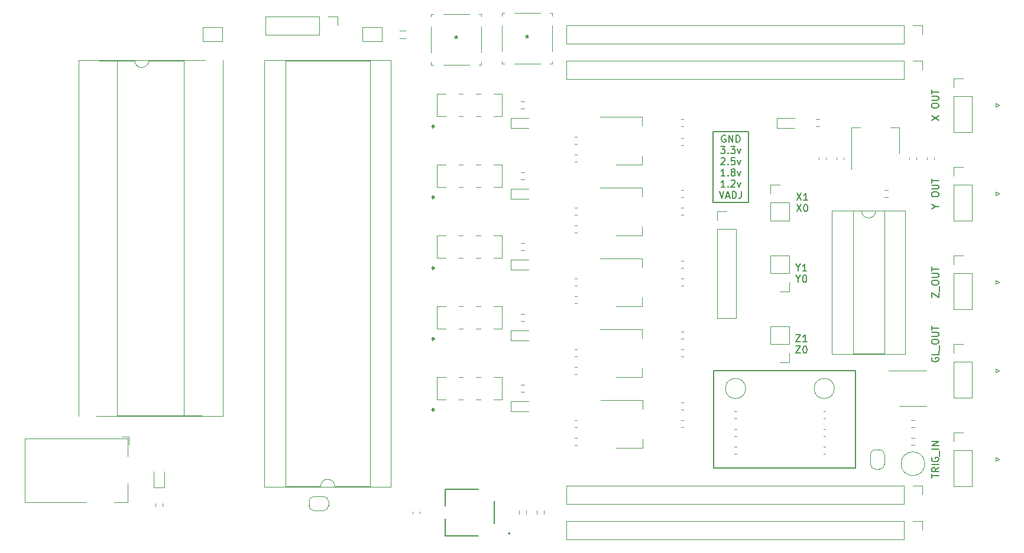
<source format=gbr>
%TF.GenerationSoftware,KiCad,Pcbnew,(6.0.5)*%
%TF.CreationDate,2022-08-06T22:36:06+10:00*%
%TF.ProjectId,glitcher,676c6974-6368-4657-922e-6b696361645f,rev?*%
%TF.SameCoordinates,Original*%
%TF.FileFunction,Legend,Top*%
%TF.FilePolarity,Positive*%
%FSLAX46Y46*%
G04 Gerber Fmt 4.6, Leading zero omitted, Abs format (unit mm)*
G04 Created by KiCad (PCBNEW (6.0.5)) date 2022-08-06 22:36:06*
%MOMM*%
%LPD*%
G01*
G04 APERTURE LIST*
%ADD10C,0.150000*%
%ADD11C,0.120000*%
%ADD12C,0.127000*%
%ADD13C,0.200000*%
G04 APERTURE END LIST*
D10*
X181660594Y-121201946D02*
X201980594Y-121201946D01*
X201980594Y-121201946D02*
X201980594Y-135171946D01*
X201980594Y-135171946D02*
X181660594Y-135171946D01*
X181660594Y-135171946D02*
X181660594Y-121201946D01*
X181559166Y-86911946D02*
X186639166Y-86911946D01*
X186639166Y-86911946D02*
X186639166Y-97071946D01*
X186639166Y-97071946D02*
X181559166Y-97071946D01*
X181559166Y-97071946D02*
X181559166Y-86911946D01*
X183337261Y-87466946D02*
X183242023Y-87419326D01*
X183099166Y-87419326D01*
X182956308Y-87466946D01*
X182861070Y-87562184D01*
X182813451Y-87657422D01*
X182765832Y-87847898D01*
X182765832Y-87990755D01*
X182813451Y-88181231D01*
X182861070Y-88276469D01*
X182956308Y-88371707D01*
X183099166Y-88419326D01*
X183194404Y-88419326D01*
X183337261Y-88371707D01*
X183384880Y-88324088D01*
X183384880Y-87990755D01*
X183194404Y-87990755D01*
X183813451Y-88419326D02*
X183813451Y-87419326D01*
X184384880Y-88419326D01*
X184384880Y-87419326D01*
X184861070Y-88419326D02*
X184861070Y-87419326D01*
X185099166Y-87419326D01*
X185242023Y-87466946D01*
X185337261Y-87562184D01*
X185384880Y-87657422D01*
X185432499Y-87847898D01*
X185432499Y-87990755D01*
X185384880Y-88181231D01*
X185337261Y-88276469D01*
X185242023Y-88371707D01*
X185099166Y-88419326D01*
X184861070Y-88419326D01*
X182670594Y-89029326D02*
X183289642Y-89029326D01*
X182956308Y-89410279D01*
X183099166Y-89410279D01*
X183194404Y-89457898D01*
X183242023Y-89505517D01*
X183289642Y-89600755D01*
X183289642Y-89838850D01*
X183242023Y-89934088D01*
X183194404Y-89981707D01*
X183099166Y-90029326D01*
X182813451Y-90029326D01*
X182718213Y-89981707D01*
X182670594Y-89934088D01*
X183718213Y-89934088D02*
X183765832Y-89981707D01*
X183718213Y-90029326D01*
X183670594Y-89981707D01*
X183718213Y-89934088D01*
X183718213Y-90029326D01*
X184099166Y-89029326D02*
X184718213Y-89029326D01*
X184384880Y-89410279D01*
X184527737Y-89410279D01*
X184622975Y-89457898D01*
X184670594Y-89505517D01*
X184718213Y-89600755D01*
X184718213Y-89838850D01*
X184670594Y-89934088D01*
X184622975Y-89981707D01*
X184527737Y-90029326D01*
X184242023Y-90029326D01*
X184146785Y-89981707D01*
X184099166Y-89934088D01*
X185051546Y-89362660D02*
X185289642Y-90029326D01*
X185527737Y-89362660D01*
X182718213Y-90734565D02*
X182765832Y-90686946D01*
X182861070Y-90639326D01*
X183099166Y-90639326D01*
X183194404Y-90686946D01*
X183242023Y-90734565D01*
X183289642Y-90829803D01*
X183289642Y-90925041D01*
X183242023Y-91067898D01*
X182670594Y-91639326D01*
X183289642Y-91639326D01*
X183718213Y-91544088D02*
X183765832Y-91591707D01*
X183718213Y-91639326D01*
X183670594Y-91591707D01*
X183718213Y-91544088D01*
X183718213Y-91639326D01*
X184670594Y-90639326D02*
X184194404Y-90639326D01*
X184146785Y-91115517D01*
X184194404Y-91067898D01*
X184289642Y-91020279D01*
X184527737Y-91020279D01*
X184622975Y-91067898D01*
X184670594Y-91115517D01*
X184718213Y-91210755D01*
X184718213Y-91448850D01*
X184670594Y-91544088D01*
X184622975Y-91591707D01*
X184527737Y-91639326D01*
X184289642Y-91639326D01*
X184194404Y-91591707D01*
X184146785Y-91544088D01*
X185051546Y-90972660D02*
X185289642Y-91639326D01*
X185527737Y-90972660D01*
X183289642Y-93249326D02*
X182718213Y-93249326D01*
X183003927Y-93249326D02*
X183003927Y-92249326D01*
X182908689Y-92392184D01*
X182813451Y-92487422D01*
X182718213Y-92535041D01*
X183718213Y-93154088D02*
X183765832Y-93201707D01*
X183718213Y-93249326D01*
X183670594Y-93201707D01*
X183718213Y-93154088D01*
X183718213Y-93249326D01*
X184337261Y-92677898D02*
X184242023Y-92630279D01*
X184194404Y-92582660D01*
X184146785Y-92487422D01*
X184146785Y-92439803D01*
X184194404Y-92344565D01*
X184242023Y-92296946D01*
X184337261Y-92249326D01*
X184527737Y-92249326D01*
X184622975Y-92296946D01*
X184670594Y-92344565D01*
X184718213Y-92439803D01*
X184718213Y-92487422D01*
X184670594Y-92582660D01*
X184622975Y-92630279D01*
X184527737Y-92677898D01*
X184337261Y-92677898D01*
X184242023Y-92725517D01*
X184194404Y-92773136D01*
X184146785Y-92868374D01*
X184146785Y-93058850D01*
X184194404Y-93154088D01*
X184242023Y-93201707D01*
X184337261Y-93249326D01*
X184527737Y-93249326D01*
X184622975Y-93201707D01*
X184670594Y-93154088D01*
X184718213Y-93058850D01*
X184718213Y-92868374D01*
X184670594Y-92773136D01*
X184622975Y-92725517D01*
X184527737Y-92677898D01*
X185051546Y-92582660D02*
X185289642Y-93249326D01*
X185527737Y-92582660D01*
X183289642Y-94859326D02*
X182718213Y-94859326D01*
X183003927Y-94859326D02*
X183003927Y-93859326D01*
X182908689Y-94002184D01*
X182813451Y-94097422D01*
X182718213Y-94145041D01*
X183718213Y-94764088D02*
X183765832Y-94811707D01*
X183718213Y-94859326D01*
X183670594Y-94811707D01*
X183718213Y-94764088D01*
X183718213Y-94859326D01*
X184146785Y-93954565D02*
X184194404Y-93906946D01*
X184289642Y-93859326D01*
X184527737Y-93859326D01*
X184622975Y-93906946D01*
X184670594Y-93954565D01*
X184718213Y-94049803D01*
X184718213Y-94145041D01*
X184670594Y-94287898D01*
X184099166Y-94859326D01*
X184718213Y-94859326D01*
X185051546Y-94192660D02*
X185289642Y-94859326D01*
X185527737Y-94192660D01*
X182456308Y-95469326D02*
X182789642Y-96469326D01*
X183122975Y-95469326D01*
X183408689Y-96183612D02*
X183884880Y-96183612D01*
X183313451Y-96469326D02*
X183646785Y-95469326D01*
X183980118Y-96469326D01*
X184313451Y-96469326D02*
X184313451Y-95469326D01*
X184551546Y-95469326D01*
X184694404Y-95516946D01*
X184789642Y-95612184D01*
X184837261Y-95707422D01*
X184884880Y-95897898D01*
X184884880Y-96040755D01*
X184837261Y-96231231D01*
X184789642Y-96326469D01*
X184694404Y-96421707D01*
X184551546Y-96469326D01*
X184313451Y-96469326D01*
X185599166Y-95469326D02*
X185599166Y-96183612D01*
X185551546Y-96326469D01*
X185456308Y-96421707D01*
X185313451Y-96469326D01*
X185218213Y-96469326D01*
X193551070Y-95719326D02*
X194217736Y-96719326D01*
X194217736Y-95719326D02*
X193551070Y-96719326D01*
X195122498Y-96719326D02*
X194551070Y-96719326D01*
X194836784Y-96719326D02*
X194836784Y-95719326D01*
X194741546Y-95862184D01*
X194646308Y-95957422D01*
X194551070Y-96005041D01*
X193551070Y-97329326D02*
X194217736Y-98329326D01*
X194217736Y-97329326D02*
X193551070Y-98329326D01*
X194789165Y-97329326D02*
X194884403Y-97329326D01*
X194979641Y-97376946D01*
X195027260Y-97424565D01*
X195074879Y-97519803D01*
X195122498Y-97710279D01*
X195122498Y-97948374D01*
X195074879Y-98138850D01*
X195027260Y-98234088D01*
X194979641Y-98281707D01*
X194884403Y-98329326D01*
X194789165Y-98329326D01*
X194693927Y-98281707D01*
X194646308Y-98234088D01*
X194598689Y-98138850D01*
X194551070Y-97948374D01*
X194551070Y-97710279D01*
X194598689Y-97519803D01*
X194646308Y-97424565D01*
X194693927Y-97376946D01*
X194789165Y-97329326D01*
X212862974Y-110644803D02*
X212862974Y-109978136D01*
X213862974Y-110644803D01*
X213862974Y-109978136D01*
X213958213Y-109835279D02*
X213958213Y-109073374D01*
X212862974Y-108644803D02*
X212862974Y-108454326D01*
X212910594Y-108359088D01*
X213005832Y-108263850D01*
X213196308Y-108216231D01*
X213529641Y-108216231D01*
X213720117Y-108263850D01*
X213815355Y-108359088D01*
X213862974Y-108454326D01*
X213862974Y-108644803D01*
X213815355Y-108740041D01*
X213720117Y-108835279D01*
X213529641Y-108882898D01*
X213196308Y-108882898D01*
X213005832Y-108835279D01*
X212910594Y-108740041D01*
X212862974Y-108644803D01*
X212862974Y-107787660D02*
X213672498Y-107787660D01*
X213767736Y-107740041D01*
X213815355Y-107692422D01*
X213862974Y-107597184D01*
X213862974Y-107406707D01*
X213815355Y-107311469D01*
X213767736Y-107263850D01*
X213672498Y-107216231D01*
X212862974Y-107216231D01*
X212862974Y-106882898D02*
X212862974Y-106311469D01*
X213862974Y-106597184D02*
X212862974Y-106597184D01*
X212862984Y-136568614D02*
X212862984Y-135997186D01*
X213862984Y-136282900D02*
X212862984Y-136282900D01*
X213862984Y-135092424D02*
X213386794Y-135425757D01*
X213862984Y-135663852D02*
X212862984Y-135663852D01*
X212862984Y-135282900D01*
X212910604Y-135187662D01*
X212958223Y-135140043D01*
X213053461Y-135092424D01*
X213196318Y-135092424D01*
X213291556Y-135140043D01*
X213339175Y-135187662D01*
X213386794Y-135282900D01*
X213386794Y-135663852D01*
X213862984Y-134663852D02*
X212862984Y-134663852D01*
X212910604Y-133663852D02*
X212862984Y-133759090D01*
X212862984Y-133901948D01*
X212910604Y-134044805D01*
X213005842Y-134140043D01*
X213101080Y-134187662D01*
X213291556Y-134235281D01*
X213434413Y-134235281D01*
X213624889Y-134187662D01*
X213720127Y-134140043D01*
X213815365Y-134044805D01*
X213862984Y-133901948D01*
X213862984Y-133806709D01*
X213815365Y-133663852D01*
X213767746Y-133616233D01*
X213434413Y-133616233D01*
X213434413Y-133806709D01*
X213958223Y-133425757D02*
X213958223Y-132663852D01*
X213862984Y-132425757D02*
X212862984Y-132425757D01*
X213862984Y-131949567D02*
X212862984Y-131949567D01*
X213862984Y-131378138D01*
X212862984Y-131378138D01*
X213386784Y-97611469D02*
X213862974Y-97611469D01*
X212862974Y-97944803D02*
X213386784Y-97611469D01*
X212862974Y-97278136D01*
X212862974Y-95992422D02*
X212862974Y-95801946D01*
X212910594Y-95706707D01*
X213005832Y-95611469D01*
X213196308Y-95563850D01*
X213529641Y-95563850D01*
X213720117Y-95611469D01*
X213815355Y-95706707D01*
X213862974Y-95801946D01*
X213862974Y-95992422D01*
X213815355Y-96087660D01*
X213720117Y-96182898D01*
X213529641Y-96230517D01*
X213196308Y-96230517D01*
X213005832Y-96182898D01*
X212910594Y-96087660D01*
X212862974Y-95992422D01*
X212862974Y-95135279D02*
X213672498Y-95135279D01*
X213767736Y-95087660D01*
X213815355Y-95040041D01*
X213862974Y-94944803D01*
X213862974Y-94754326D01*
X213815355Y-94659088D01*
X213767736Y-94611469D01*
X213672498Y-94563850D01*
X212862974Y-94563850D01*
X212862974Y-94230517D02*
X212862974Y-93659088D01*
X213862974Y-93944803D02*
X212862974Y-93944803D01*
X193782975Y-106403136D02*
X193782975Y-106879326D01*
X193449642Y-105879326D02*
X193782975Y-106403136D01*
X194116308Y-105879326D01*
X194973451Y-106879326D02*
X194402023Y-106879326D01*
X194687737Y-106879326D02*
X194687737Y-105879326D01*
X194592499Y-106022184D01*
X194497261Y-106117422D01*
X194402023Y-106165041D01*
X193782975Y-108013136D02*
X193782975Y-108489326D01*
X193449642Y-107489326D02*
X193782975Y-108013136D01*
X194116308Y-107489326D01*
X194640118Y-107489326D02*
X194735356Y-107489326D01*
X194830594Y-107536946D01*
X194878213Y-107584565D01*
X194925832Y-107679803D01*
X194973451Y-107870279D01*
X194973451Y-108108374D01*
X194925832Y-108298850D01*
X194878213Y-108394088D01*
X194830594Y-108441707D01*
X194735356Y-108489326D01*
X194640118Y-108489326D01*
X194544880Y-108441707D01*
X194497261Y-108394088D01*
X194449642Y-108298850D01*
X194402023Y-108108374D01*
X194402023Y-107870279D01*
X194449642Y-107679803D01*
X194497261Y-107584565D01*
X194544880Y-107536946D01*
X194640118Y-107489326D01*
X212862974Y-85244803D02*
X213862974Y-84578136D01*
X212862974Y-84578136D02*
X213862974Y-85244803D01*
X212862974Y-83244803D02*
X212862974Y-83054326D01*
X212910594Y-82959088D01*
X213005832Y-82863850D01*
X213196308Y-82816231D01*
X213529641Y-82816231D01*
X213720117Y-82863850D01*
X213815355Y-82959088D01*
X213862974Y-83054326D01*
X213862974Y-83244803D01*
X213815355Y-83340041D01*
X213720117Y-83435279D01*
X213529641Y-83482898D01*
X213196308Y-83482898D01*
X213005832Y-83435279D01*
X212910594Y-83340041D01*
X212862974Y-83244803D01*
X212862974Y-82387660D02*
X213672498Y-82387660D01*
X213767736Y-82340041D01*
X213815355Y-82292422D01*
X213862974Y-82197184D01*
X213862974Y-82006707D01*
X213815355Y-81911469D01*
X213767736Y-81863850D01*
X213672498Y-81816231D01*
X212862974Y-81816231D01*
X212862974Y-81482898D02*
X212862974Y-80911469D01*
X213862974Y-81197184D02*
X212862974Y-81197184D01*
X212910594Y-119344326D02*
X212862974Y-119439565D01*
X212862974Y-119582422D01*
X212910594Y-119725279D01*
X213005832Y-119820517D01*
X213101070Y-119868136D01*
X213291546Y-119915755D01*
X213434403Y-119915755D01*
X213624879Y-119868136D01*
X213720117Y-119820517D01*
X213815355Y-119725279D01*
X213862974Y-119582422D01*
X213862974Y-119487184D01*
X213815355Y-119344326D01*
X213767736Y-119296707D01*
X213434403Y-119296707D01*
X213434403Y-119487184D01*
X213862974Y-118391946D02*
X213862974Y-118868136D01*
X212862974Y-118868136D01*
X213958213Y-118296707D02*
X213958213Y-117534803D01*
X212862974Y-117106231D02*
X212862974Y-116915755D01*
X212910594Y-116820517D01*
X213005832Y-116725279D01*
X213196308Y-116677660D01*
X213529641Y-116677660D01*
X213720117Y-116725279D01*
X213815355Y-116820517D01*
X213862974Y-116915755D01*
X213862974Y-117106231D01*
X213815355Y-117201469D01*
X213720117Y-117296707D01*
X213529641Y-117344326D01*
X213196308Y-117344326D01*
X213005832Y-117296707D01*
X212910594Y-117201469D01*
X212862974Y-117106231D01*
X212862974Y-116249088D02*
X213672498Y-116249088D01*
X213767736Y-116201469D01*
X213815355Y-116153850D01*
X213862974Y-116058612D01*
X213862974Y-115868136D01*
X213815355Y-115772898D01*
X213767736Y-115725279D01*
X213672498Y-115677660D01*
X212862974Y-115677660D01*
X212862974Y-115344326D02*
X212862974Y-114772898D01*
X213862974Y-115058612D02*
X212862974Y-115058612D01*
X193449642Y-116039326D02*
X194116308Y-116039326D01*
X193449642Y-117039326D01*
X194116308Y-117039326D01*
X195021070Y-117039326D02*
X194449642Y-117039326D01*
X194735356Y-117039326D02*
X194735356Y-116039326D01*
X194640118Y-116182184D01*
X194544880Y-116277422D01*
X194449642Y-116325041D01*
X193449642Y-117649326D02*
X194116308Y-117649326D01*
X193449642Y-118649326D01*
X194116308Y-118649326D01*
X194687737Y-117649326D02*
X194782975Y-117649326D01*
X194878213Y-117696946D01*
X194925832Y-117744565D01*
X194973451Y-117839803D01*
X195021070Y-118030279D01*
X195021070Y-118268374D01*
X194973451Y-118458850D01*
X194925832Y-118554088D01*
X194878213Y-118601707D01*
X194782975Y-118649326D01*
X194687737Y-118649326D01*
X194592499Y-118601707D01*
X194544880Y-118554088D01*
X194497261Y-118458850D01*
X194449642Y-118268374D01*
X194449642Y-118030279D01*
X194497261Y-117839803D01*
X194544880Y-117744565D01*
X194592499Y-117696946D01*
X194687737Y-117649326D01*
%TO.C,J_HVPULSE1*%
X144780000Y-73112380D02*
X144780000Y-73350476D01*
X144541904Y-73255238D02*
X144780000Y-73350476D01*
X145018095Y-73255238D01*
X144637142Y-73540952D02*
X144780000Y-73350476D01*
X144922857Y-73540952D01*
%TO.C,SW3_VADJ_OUT1*%
X141249660Y-126751846D02*
X141487756Y-126751846D01*
X141392518Y-126989941D02*
X141487756Y-126751846D01*
X141392518Y-126513750D01*
X141678232Y-126894703D02*
X141487756Y-126751846D01*
X141678232Y-126608988D01*
X141249660Y-126751846D02*
X141487756Y-126751846D01*
X141392518Y-126989941D02*
X141487756Y-126751846D01*
X141392518Y-126513750D01*
X141678232Y-126894703D02*
X141487756Y-126751846D01*
X141678232Y-126608988D01*
%TO.C,SW1_1V8_OUT1*%
X141249660Y-106431846D02*
X141487756Y-106431846D01*
X141392518Y-106669941D02*
X141487756Y-106431846D01*
X141392518Y-106193750D01*
X141678232Y-106574703D02*
X141487756Y-106431846D01*
X141678232Y-106288988D01*
X141249660Y-106431846D02*
X141487756Y-106431846D01*
X141392518Y-106669941D02*
X141487756Y-106431846D01*
X141392518Y-106193750D01*
X141678232Y-106574703D02*
X141487756Y-106431846D01*
X141678232Y-106288988D01*
%TO.C,SW5_2V5_OUT1*%
X141249660Y-96271846D02*
X141487756Y-96271846D01*
X141392518Y-96509941D02*
X141487756Y-96271846D01*
X141392518Y-96033750D01*
X141678232Y-96414703D02*
X141487756Y-96271846D01*
X141678232Y-96128988D01*
X141249660Y-96271846D02*
X141487756Y-96271846D01*
X141392518Y-96509941D02*
X141487756Y-96271846D01*
X141392518Y-96033750D01*
X141678232Y-96414703D02*
X141487756Y-96271846D01*
X141678232Y-96128988D01*
%TO.C,J_TRIG2*%
X154940000Y-72990380D02*
X154940000Y-73228476D01*
X154701904Y-73133238D02*
X154940000Y-73228476D01*
X155178095Y-73133238D01*
X154797142Y-73418952D02*
X154940000Y-73228476D01*
X155082857Y-73418952D01*
%TO.C,SW4_3V3_OUT1*%
X141249660Y-86111846D02*
X141487756Y-86111846D01*
X141392518Y-86349941D02*
X141487756Y-86111846D01*
X141392518Y-85873750D01*
X141678232Y-86254703D02*
X141487756Y-86111846D01*
X141678232Y-85968988D01*
%TO.C,SW2_1V2_OUT1*%
X141249660Y-116591846D02*
X141487756Y-116591846D01*
X141392518Y-116829941D02*
X141487756Y-116591846D01*
X141392518Y-116353750D01*
X141678232Y-116734703D02*
X141487756Y-116591846D01*
X141678232Y-116448988D01*
X141249660Y-116591846D02*
X141487756Y-116591846D01*
X141392518Y-116829941D02*
X141487756Y-116591846D01*
X141392518Y-116353750D01*
X141678232Y-116734703D02*
X141487756Y-116591846D01*
X141678232Y-116448988D01*
D11*
%TO.C,J_HVPULSE1*%
X148412200Y-77292200D02*
X148412200Y-76910211D01*
X141147800Y-77292200D02*
X141529789Y-77292200D01*
X148412200Y-70409789D02*
X148412200Y-70027800D01*
X141529789Y-70027800D02*
X141147800Y-70027800D01*
X141147800Y-70027800D02*
X141147800Y-70409789D01*
X148030211Y-77292200D02*
X148412200Y-77292200D01*
X148412200Y-75515189D02*
X148412200Y-71804811D01*
X141147800Y-76910211D02*
X141147800Y-77292200D01*
X142924811Y-77292200D02*
X146635189Y-77292200D01*
X148412200Y-70027800D02*
X148030211Y-70027800D01*
X146635189Y-70027800D02*
X142924811Y-70027800D01*
X141147800Y-71804811D02*
X141147800Y-75515189D01*
%TO.C,U6_VADJ_OUT1*%
X165444880Y-125411946D02*
X171454880Y-125411946D01*
X171454880Y-125411946D02*
X171454880Y-126671946D01*
X167694880Y-132231946D02*
X171454880Y-132231946D01*
X171454880Y-132231946D02*
X171454880Y-130971946D01*
%TO.C,J4*%
X218679880Y-81831946D02*
X218679880Y-86971946D01*
X216019880Y-86971946D02*
X218679880Y-86971946D01*
X216019880Y-79231946D02*
X217349880Y-79231946D01*
X216019880Y-81831946D02*
X218679880Y-81831946D01*
X216019880Y-80561946D02*
X216019880Y-79231946D01*
X216019880Y-81831946D02*
X216019880Y-86971946D01*
%TO.C,J_RIGHTEXP_OUTER1*%
X208914880Y-76691946D02*
X208914880Y-79351946D01*
X210184880Y-76691946D02*
X211514880Y-76691946D01*
X211514880Y-76691946D02*
X211514880Y-78021946D01*
X160594880Y-76691946D02*
X160594880Y-79351946D01*
X208914880Y-76691946D02*
X160594880Y-76691946D01*
X208914880Y-79351946D02*
X160594880Y-79351946D01*
%TO.C,C9*%
X161778613Y-88691946D02*
X162071147Y-88691946D01*
X161778613Y-87671946D02*
X162071147Y-87671946D01*
%TO.C,R2*%
X154050156Y-114104446D02*
X154559604Y-114104446D01*
X154050156Y-113059446D02*
X154559604Y-113059446D01*
%TO.C,C12*%
X177018613Y-105451946D02*
X177311147Y-105451946D01*
X177018613Y-106471946D02*
X177311147Y-106471946D01*
%TO.C,C18*%
X177018613Y-119171946D02*
X177311147Y-119171946D01*
X177018613Y-118151946D02*
X177311147Y-118151946D01*
%TO.C,D4*%
X155104880Y-84906946D02*
X152644880Y-84906946D01*
X152644880Y-86376946D02*
X155104880Y-86376946D01*
X152644880Y-84906946D02*
X152644880Y-86376946D01*
%TO.C,J_LEFTEXP1*%
X208914880Y-142731946D02*
X208914880Y-145391946D01*
X208914880Y-142731946D02*
X160594880Y-142731946D01*
X208914880Y-145391946D02*
X160594880Y-145391946D01*
X210184880Y-142731946D02*
X211514880Y-142731946D01*
X211514880Y-142731946D02*
X211514880Y-144061946D01*
X160594880Y-142731946D02*
X160594880Y-145391946D01*
%TO.C,SW3_VADJ_OUT1*%
X143255240Y-122116346D02*
X142062080Y-122116346D01*
X151307680Y-125367546D02*
X151307680Y-122116346D01*
X145114520Y-125367546D02*
X145755240Y-125367546D01*
X145755240Y-122116346D02*
X145114520Y-122116346D01*
X150114520Y-125367546D02*
X151307680Y-125367546D01*
X147614520Y-125367546D02*
X148255240Y-125367546D01*
X142062080Y-122116346D02*
X142062080Y-125367546D01*
X142062080Y-125367546D02*
X143255240Y-125367546D01*
X151307680Y-122116346D02*
X150114520Y-122116346D01*
X148255240Y-122116346D02*
X147614520Y-122116346D01*
%TO.C,C8*%
X139574880Y-141375679D02*
X139574880Y-141668213D01*
X138554880Y-141375679D02*
X138554880Y-141668213D01*
%TO.C,C15*%
X177018613Y-87821946D02*
X177311147Y-87821946D01*
X177018613Y-88841946D02*
X177311147Y-88841946D01*
%TO.C,C16*%
X177018613Y-98851946D02*
X177311147Y-98851946D01*
X177018613Y-97831946D02*
X177311147Y-97831946D01*
%TO.C,U4*%
X210184880Y-121181946D02*
X212134880Y-121181946D01*
X210184880Y-121181946D02*
X206734880Y-121181946D01*
X210184880Y-126301946D02*
X212134880Y-126301946D01*
X210184880Y-126301946D02*
X208234880Y-126301946D01*
D12*
%TO.C,RV1*%
X143164880Y-142436946D02*
X143164880Y-144876946D01*
X143164880Y-140606946D02*
X143164880Y-138166946D01*
X150204880Y-143146946D02*
X150204880Y-139896946D01*
X143164880Y-138166946D02*
X147914880Y-138166946D01*
X143164880Y-144876946D02*
X147914880Y-144876946D01*
D13*
X152484880Y-144521946D02*
G75*
G03*
X152484880Y-144521946I-100000J0D01*
G01*
D11*
%TO.C,C28*%
X184638613Y-130601946D02*
X184931147Y-130601946D01*
X184638613Y-129581946D02*
X184931147Y-129581946D01*
%TO.C,R7*%
X156322380Y-141267222D02*
X156322380Y-141776670D01*
X157367380Y-141267222D02*
X157367380Y-141776670D01*
%TO.C,TP4*%
X198934880Y-123741946D02*
G75*
G03*
X198934880Y-123741946I-1450000J0D01*
G01*
%TO.C,J_LEFTEXP_OUTER1*%
X210184880Y-137651946D02*
X211514880Y-137651946D01*
X211514880Y-137651946D02*
X211514880Y-138981946D01*
X208914880Y-137651946D02*
X208914880Y-140311946D01*
X160594880Y-137651946D02*
X160594880Y-140311946D01*
X208914880Y-140311946D02*
X160594880Y-140311946D01*
X208914880Y-137651946D02*
X160594880Y-137651946D01*
%TO.C,U8_2V5_OUT1*%
X165404880Y-94931946D02*
X171414880Y-94931946D01*
X171414880Y-94931946D02*
X171414880Y-96191946D01*
X167654880Y-101751946D02*
X171414880Y-101751946D01*
X171414880Y-101751946D02*
X171414880Y-100491946D01*
%TO.C,R3*%
X154050156Y-124264446D02*
X154559604Y-124264446D01*
X154050156Y-123219446D02*
X154559604Y-123219446D01*
%TO.C,HS2_OUT1*%
X222069880Y-120951946D02*
X222069880Y-121451946D01*
X222569880Y-121201946D02*
X222069880Y-120951946D01*
X222069880Y-121451946D02*
X222569880Y-121201946D01*
%TO.C,R1*%
X154050156Y-102899446D02*
X154559604Y-102899446D01*
X154050156Y-103944446D02*
X154559604Y-103944446D01*
%TO.C,C2*%
X161778613Y-120691946D02*
X162071147Y-120691946D01*
X161778613Y-121711946D02*
X162071147Y-121711946D01*
%TO.C,FB1*%
X136698924Y-73501946D02*
X137519408Y-73501946D01*
X136698924Y-72381946D02*
X137519408Y-72381946D01*
%TO.C,J2*%
X182184880Y-113641946D02*
X184844880Y-113641946D01*
X182184880Y-100881946D02*
X182184880Y-113641946D01*
X182184880Y-99611946D02*
X182184880Y-98281946D01*
X182184880Y-100881946D02*
X184844880Y-100881946D01*
X184844880Y-100881946D02*
X184844880Y-113641946D01*
X182184880Y-98281946D02*
X183514880Y-98281946D01*
%TO.C,C21*%
X177018613Y-95291946D02*
X177311147Y-95291946D01*
X177018613Y-96311946D02*
X177311147Y-96311946D01*
%TO.C,SW1_1V8_OUT1*%
X145114520Y-105047546D02*
X145755240Y-105047546D01*
X143255240Y-101796346D02*
X142062080Y-101796346D01*
X151307680Y-101796346D02*
X150114520Y-101796346D01*
X150114520Y-105047546D02*
X151307680Y-105047546D01*
X147614520Y-105047546D02*
X148255240Y-105047546D01*
X142062080Y-105047546D02*
X143255240Y-105047546D01*
X148255240Y-101796346D02*
X147614520Y-101796346D01*
X142062080Y-101796346D02*
X142062080Y-105047546D01*
X151307680Y-105047546D02*
X151307680Y-101796346D01*
X145755240Y-101796346D02*
X145114520Y-101796346D01*
%TO.C,SMA_Y1*%
X222069880Y-96051946D02*
X222569880Y-95801946D01*
X222069880Y-95551946D02*
X222069880Y-96051946D01*
X222569880Y-95801946D02*
X222069880Y-95551946D01*
%TO.C,U5_1V2_OUT1*%
X165404880Y-115251946D02*
X171414880Y-115251946D01*
X171414880Y-115251946D02*
X171414880Y-116511946D01*
X167654880Y-122071946D02*
X171414880Y-122071946D01*
X171414880Y-122071946D02*
X171414880Y-120811946D01*
%TO.C,PULLUP_MAX4619_EN1*%
X206629604Y-95279446D02*
X206120156Y-95279446D01*
X206629604Y-96324446D02*
X206120156Y-96324446D01*
%TO.C,SW5_2V5_OUT1*%
X150114520Y-94887546D02*
X151307680Y-94887546D01*
X145114520Y-94887546D02*
X145755240Y-94887546D01*
X148255240Y-91636346D02*
X147614520Y-91636346D01*
X151307680Y-94887546D02*
X151307680Y-91636346D01*
X143255240Y-91636346D02*
X142062080Y-91636346D01*
X147614520Y-94887546D02*
X148255240Y-94887546D01*
X142062080Y-91636346D02*
X142062080Y-94887546D01*
X145755240Y-91636346D02*
X145114520Y-91636346D01*
X142062080Y-94887546D02*
X143255240Y-94887546D01*
X151307680Y-91636346D02*
X150114520Y-91636346D01*
%TO.C,TRIG_IN1*%
X222069880Y-133651946D02*
X222069880Y-134151946D01*
X222569880Y-133901946D02*
X222069880Y-133651946D01*
X222069880Y-134151946D02*
X222569880Y-133901946D01*
%TO.C,C13*%
X177018613Y-116631946D02*
X177311147Y-116631946D01*
X177018613Y-115611946D02*
X177311147Y-115611946D01*
%TO.C,J7*%
X216019880Y-105961946D02*
X216019880Y-104631946D01*
X216019880Y-112371946D02*
X218679880Y-112371946D01*
X216019880Y-104631946D02*
X217349880Y-104631946D01*
X216019880Y-107231946D02*
X216019880Y-112371946D01*
X216019880Y-107231946D02*
X218679880Y-107231946D01*
X218679880Y-107231946D02*
X218679880Y-112371946D01*
%TO.C,J_EXT_UART1*%
X125159166Y-73001946D02*
X117479166Y-73001946D01*
X125159166Y-70341946D02*
X117479166Y-70341946D01*
X117479166Y-70341946D02*
X117479166Y-73001946D01*
X125159166Y-70341946D02*
X125159166Y-73001946D01*
X126429166Y-70341946D02*
X127759166Y-70341946D01*
X127759166Y-70341946D02*
X127759166Y-71671946D01*
%TO.C,J_RIGHTEXP1*%
X160594880Y-71611946D02*
X160594880Y-74271946D01*
X208914880Y-71611946D02*
X208914880Y-74271946D01*
X211514880Y-71611946D02*
X211514880Y-72941946D01*
X210184880Y-71611946D02*
X211514880Y-71611946D01*
X208914880Y-74271946D02*
X160594880Y-74271946D01*
X208914880Y-71611946D02*
X160594880Y-71611946D01*
%TO.C,R10*%
X210439604Y-129344446D02*
X209930156Y-129344446D01*
X210439604Y-128299446D02*
X209930156Y-128299446D01*
%TO.C,C25*%
X210694880Y-90575679D02*
X210694880Y-90868213D01*
X209674880Y-90575679D02*
X209674880Y-90868213D01*
%TO.C,R11*%
X101712380Y-140214690D02*
X101712380Y-140689206D01*
X102757380Y-140214690D02*
X102757380Y-140689206D01*
%TO.C,C20*%
X177018613Y-86151946D02*
X177311147Y-86151946D01*
X177018613Y-85131946D02*
X177311147Y-85131946D01*
%TO.C,C3*%
X161778613Y-129331946D02*
X162071147Y-129331946D01*
X161778613Y-128311946D02*
X162071147Y-128311946D01*
%TO.C,JP2*%
X111254880Y-73941946D02*
X108454880Y-73941946D01*
X108454880Y-71941946D02*
X111254880Y-71941946D01*
X108454880Y-73941946D02*
X108454880Y-71941946D01*
X111254880Y-71941946D02*
X111254880Y-73941946D01*
%TO.C,JP1*%
X206104880Y-133201946D02*
X206104880Y-134601946D01*
X204804880Y-132501946D02*
X205404880Y-132501946D01*
X205404880Y-135301946D02*
X204804880Y-135301946D01*
X204104880Y-134601946D02*
X204104880Y-133201946D01*
X204104880Y-134601946D02*
G75*
G03*
X204804880Y-135301946I700000J0D01*
G01*
X205404880Y-135301946D02*
G75*
G03*
X206104880Y-134601946I0J700000D01*
G01*
X204804880Y-132501946D02*
G75*
G03*
X204104880Y-133201946I-1J-699999D01*
G01*
X206104880Y-133201946D02*
G75*
G03*
X205404880Y-132501946I-699999J1D01*
G01*
%TO.C,R5*%
X154050156Y-93784446D02*
X154559604Y-93784446D01*
X154050156Y-92739446D02*
X154559604Y-92739446D01*
%TO.C,R9*%
X209930156Y-130839446D02*
X210439604Y-130839446D01*
X209930156Y-131884446D02*
X210439604Y-131884446D01*
%TO.C,C26*%
X184638613Y-132121946D02*
X184931147Y-132121946D01*
X184638613Y-133141946D02*
X184931147Y-133141946D01*
%TO.C,C14*%
X177018613Y-126791946D02*
X177311147Y-126791946D01*
X177018613Y-125771946D02*
X177311147Y-125771946D01*
%TO.C,J5*%
X216019880Y-94531946D02*
X216019880Y-99671946D01*
X216019880Y-91931946D02*
X217349880Y-91931946D01*
X216019880Y-99671946D02*
X218679880Y-99671946D01*
X216019880Y-94531946D02*
X218679880Y-94531946D01*
X218679880Y-94531946D02*
X218679880Y-99671946D01*
X216019880Y-93261946D02*
X216019880Y-91931946D01*
%TO.C,J6*%
X216019880Y-130031946D02*
X217349880Y-130031946D01*
X216019880Y-132631946D02*
X218679880Y-132631946D01*
X218679880Y-132631946D02*
X218679880Y-137771946D01*
X216019880Y-137771946D02*
X218679880Y-137771946D01*
X216019880Y-131361946D02*
X216019880Y-130031946D01*
X216019880Y-132631946D02*
X216019880Y-137771946D01*
%TO.C,C31*%
X197363613Y-128061946D02*
X197656147Y-128061946D01*
X197363613Y-127041946D02*
X197656147Y-127041946D01*
%TO.C,C11*%
X161778613Y-131871946D02*
X162071147Y-131871946D01*
X161778613Y-130851946D02*
X162071147Y-130851946D01*
%TO.C,JP4*%
X126494880Y-139951946D02*
X126494880Y-140551946D01*
X123694880Y-140551946D02*
X123694880Y-139951946D01*
X124394880Y-139251946D02*
X125794880Y-139251946D01*
X125794880Y-141251946D02*
X124394880Y-141251946D01*
X125794880Y-141251946D02*
G75*
G03*
X126494880Y-140551946I0J700000D01*
G01*
X124394880Y-139251946D02*
G75*
G03*
X123694880Y-139951946I-1J-699999D01*
G01*
X126494880Y-139951946D02*
G75*
G03*
X125794880Y-139251946I-700000J0D01*
G01*
X123694880Y-140551946D02*
G75*
G03*
X124394880Y-141251946I699999J-1D01*
G01*
%TO.C,C30*%
X197363613Y-132121946D02*
X197656147Y-132121946D01*
X197363613Y-133141946D02*
X197656147Y-133141946D01*
%TO.C,U4_1V8_OUT1*%
X171414880Y-111911946D02*
X171414880Y-110651946D01*
X171414880Y-105091946D02*
X171414880Y-106351946D01*
X165404880Y-105091946D02*
X171414880Y-105091946D01*
X167654880Y-111911946D02*
X171414880Y-111911946D01*
%TO.C,C4*%
X161778613Y-91231946D02*
X162071147Y-91231946D01*
X161778613Y-90211946D02*
X162071147Y-90211946D01*
%TO.C,REF\u002A\u002A*%
X211884880Y-134536946D02*
G75*
G03*
X211884880Y-134536946I-1700000J0D01*
G01*
%TO.C,C19*%
X177018613Y-128311946D02*
X177311147Y-128311946D01*
X177018613Y-129331946D02*
X177311147Y-129331946D01*
%TO.C,PINS_Z_INPUT1*%
X192464880Y-119991946D02*
X191134880Y-119991946D01*
X189804880Y-117391946D02*
X189804880Y-114791946D01*
X192464880Y-117391946D02*
X192464880Y-114791946D01*
X192464880Y-117391946D02*
X189804880Y-117391946D01*
X192464880Y-114791946D02*
X189804880Y-114791946D01*
X192464880Y-118661946D02*
X192464880Y-119991946D01*
%TO.C,C1*%
X161778613Y-110531946D02*
X162071147Y-110531946D01*
X161778613Y-111551946D02*
X162071147Y-111551946D01*
%TO.C,D3*%
X152644880Y-127016946D02*
X155104880Y-127016946D01*
X152644880Y-125546946D02*
X152644880Y-127016946D01*
X155104880Y-125546946D02*
X152644880Y-125546946D01*
%TO.C,C6*%
X161778613Y-109011946D02*
X162071147Y-109011946D01*
X161778613Y-107991946D02*
X162071147Y-107991946D01*
%TO.C,C24*%
X213234880Y-90575679D02*
X213234880Y-90868213D01*
X212214880Y-90575679D02*
X212214880Y-90868213D01*
%TO.C,U2*%
X132424880Y-76691946D02*
X120304880Y-76691946D01*
X135424880Y-76631946D02*
X117304880Y-76631946D01*
X120304880Y-137771946D02*
X125364880Y-137771946D01*
X117304880Y-76631946D02*
X117304880Y-137831946D01*
X117304880Y-137831946D02*
X135424880Y-137831946D01*
X127364880Y-137771946D02*
X132424880Y-137771946D01*
X132424880Y-137771946D02*
X132424880Y-76691946D01*
X120304880Y-76691946D02*
X120304880Y-137771946D01*
X135424880Y-137831946D02*
X135424880Y-76631946D01*
X127364880Y-137771946D02*
G75*
G03*
X125364880Y-137771946I-1000000J0D01*
G01*
%TO.C,J_TRIG2*%
X151307800Y-71682811D02*
X151307800Y-75393189D01*
X151307800Y-76788211D02*
X151307800Y-77170200D01*
X158572200Y-69905800D02*
X158190211Y-69905800D01*
X151307800Y-77170200D02*
X151689789Y-77170200D01*
X151689789Y-69905800D02*
X151307800Y-69905800D01*
X158572200Y-75393189D02*
X158572200Y-71682811D01*
X151307800Y-69905800D02*
X151307800Y-70287789D01*
X158572200Y-70287789D02*
X158572200Y-69905800D01*
X158572200Y-77170200D02*
X158572200Y-76788211D01*
X158190211Y-77170200D02*
X158572200Y-77170200D01*
X156795189Y-69905800D02*
X153084811Y-69905800D01*
X153084811Y-77170200D02*
X156795189Y-77170200D01*
%TO.C,D2*%
X155104880Y-115386946D02*
X152644880Y-115386946D01*
X152644880Y-116856946D02*
X155104880Y-116856946D01*
X152644880Y-115386946D02*
X152644880Y-116856946D01*
%TO.C,D1*%
X152644880Y-105226946D02*
X152644880Y-106696946D01*
X155104880Y-105226946D02*
X152644880Y-105226946D01*
X152644880Y-106696946D02*
X155104880Y-106696946D01*
%TO.C,C7*%
X161778613Y-118151946D02*
X162071147Y-118151946D01*
X161778613Y-119171946D02*
X162071147Y-119171946D01*
%TO.C,U3*%
X202844880Y-98271946D02*
X201594880Y-98271946D01*
X206094880Y-98271946D02*
X204844880Y-98271946D01*
X209094880Y-98211946D02*
X198594880Y-98211946D01*
X201594880Y-98271946D02*
X201594880Y-118711946D01*
X209094880Y-118771946D02*
X209094880Y-98211946D01*
X201594880Y-118711946D02*
X206094880Y-118711946D01*
X198594880Y-118771946D02*
X209094880Y-118771946D01*
X198594880Y-98211946D02*
X198594880Y-118771946D01*
X206094880Y-118711946D02*
X206094880Y-98271946D01*
X202844880Y-98271946D02*
G75*
G03*
X204844880Y-98271946I1000000J0D01*
G01*
%TO.C,U1*%
X105814166Y-127616946D02*
X105814166Y-76696946D01*
X108814166Y-76636946D02*
X90694166Y-76636946D01*
X96234166Y-127616946D02*
X108354166Y-127616946D01*
X98754166Y-76696946D02*
X93694166Y-76696946D01*
X90694166Y-76636946D02*
X90694166Y-127676946D01*
X96234166Y-76696946D02*
X96234166Y-127616946D01*
X105814166Y-76696946D02*
X100754166Y-76696946D01*
X111354166Y-127676946D02*
X111354166Y-76636946D01*
X93234166Y-127676946D02*
X111354166Y-127676946D01*
X98754166Y-76696946D02*
G75*
G03*
X100754166Y-76696946I1000000J0D01*
G01*
%TO.C,C5*%
X161778613Y-100371946D02*
X162071147Y-100371946D01*
X161778613Y-101391946D02*
X162071147Y-101391946D01*
%TO.C,J1*%
X83004892Y-130884442D02*
X97704892Y-130884442D01*
X97704892Y-130884442D02*
X97704892Y-133484442D01*
X83004892Y-140084442D02*
X83004892Y-130884442D01*
X91804892Y-140084442D02*
X83004892Y-140084442D01*
X96854892Y-130684442D02*
X97904892Y-130684442D01*
X97704892Y-140084442D02*
X95804892Y-140084442D01*
X97704892Y-137384442D02*
X97704892Y-140084442D01*
X97904892Y-131734442D02*
X97904892Y-130684442D01*
%TO.C,R8*%
X196827104Y-86164446D02*
X196317656Y-86164446D01*
X196827104Y-85119446D02*
X196317656Y-85119446D01*
%TO.C,TP3*%
X186234880Y-123741946D02*
G75*
G03*
X186234880Y-123741946I-1450000J0D01*
G01*
%TO.C,R6*%
X154827380Y-141776670D02*
X154827380Y-141267222D01*
X153782380Y-141776670D02*
X153782380Y-141267222D01*
%TO.C,C22*%
X197704880Y-90868213D02*
X197704880Y-90575679D01*
X196684880Y-90868213D02*
X196684880Y-90575679D01*
%TO.C,U9_3V3ALWAYS1*%
X201404880Y-86271946D02*
X202664880Y-86271946D01*
X201404880Y-92281946D02*
X201404880Y-86271946D01*
X208224880Y-90031946D02*
X208224880Y-86271946D01*
X208224880Y-86271946D02*
X206964880Y-86271946D01*
%TO.C,U7_3V3_OUT1*%
X165404880Y-84771946D02*
X171414880Y-84771946D01*
X167654880Y-91591946D02*
X171414880Y-91591946D01*
X171414880Y-84771946D02*
X171414880Y-86031946D01*
X171414880Y-91591946D02*
X171414880Y-90331946D01*
%TO.C,C29*%
X197363613Y-130601946D02*
X197656147Y-130601946D01*
X197363613Y-129581946D02*
X197656147Y-129581946D01*
%TO.C,C10*%
X161778613Y-98851946D02*
X162071147Y-98851946D01*
X161778613Y-97831946D02*
X162071147Y-97831946D01*
%TO.C,J3*%
X216019880Y-117331946D02*
X217349880Y-117331946D01*
X218679880Y-119931946D02*
X218679880Y-125071946D01*
X216019880Y-119931946D02*
X216019880Y-125071946D01*
X216019880Y-119931946D02*
X218679880Y-119931946D01*
X216019880Y-118661946D02*
X216019880Y-117331946D01*
X216019880Y-125071946D02*
X218679880Y-125071946D01*
%TO.C,SW4_3V3_OUT1*%
X142062080Y-81476346D02*
X142062080Y-84727546D01*
X142062080Y-84727546D02*
X143255240Y-84727546D01*
X150114520Y-84727546D02*
X151307680Y-84727546D01*
X143255240Y-81476346D02*
X142062080Y-81476346D01*
X151307680Y-84727546D02*
X151307680Y-81476346D01*
X151307680Y-81476346D02*
X150114520Y-81476346D01*
X145755240Y-81476346D02*
X145114520Y-81476346D01*
X147614520Y-84727546D02*
X148255240Y-84727546D01*
X145114520Y-84727546D02*
X145755240Y-84727546D01*
X148255240Y-81476346D02*
X147614520Y-81476346D01*
%TO.C,PINS_Y_INPUT1*%
X192464880Y-108501946D02*
X192464880Y-109831946D01*
X192464880Y-104631946D02*
X189804880Y-104631946D01*
X192464880Y-109831946D02*
X191134880Y-109831946D01*
X192464880Y-107231946D02*
X189804880Y-107231946D01*
X189804880Y-107231946D02*
X189804880Y-104631946D01*
X192464880Y-107231946D02*
X192464880Y-104631946D01*
%TO.C,SMA_Z1*%
X222569880Y-108501946D02*
X222069880Y-108251946D01*
X222069880Y-108751946D02*
X222569880Y-108501946D01*
X222069880Y-108251946D02*
X222069880Y-108751946D01*
%TO.C,D7*%
X101499880Y-137926948D02*
X102969880Y-137926948D01*
X102969880Y-137926948D02*
X102969880Y-135641948D01*
X101499880Y-135641948D02*
X101499880Y-137926948D01*
%TO.C,C17*%
X177018613Y-109011946D02*
X177311147Y-109011946D01*
X177018613Y-107991946D02*
X177311147Y-107991946D01*
%TO.C,D5*%
X152644880Y-95066946D02*
X152644880Y-96536946D01*
X152644880Y-96536946D02*
X155104880Y-96536946D01*
X155104880Y-95066946D02*
X152644880Y-95066946D01*
%TO.C,SMA_X1*%
X222069880Y-83351946D02*
X222569880Y-83101946D01*
X222569880Y-83101946D02*
X222069880Y-82851946D01*
X222069880Y-82851946D02*
X222069880Y-83351946D01*
%TO.C,D6*%
X193204880Y-84906946D02*
X190744880Y-84906946D01*
X190744880Y-86376946D02*
X193204880Y-86376946D01*
X190744880Y-84906946D02*
X190744880Y-86376946D01*
%TO.C,SW2_1V2_OUT1*%
X148255240Y-111956346D02*
X147614520Y-111956346D01*
X151307680Y-111956346D02*
X150114520Y-111956346D01*
X145755240Y-111956346D02*
X145114520Y-111956346D01*
X147614520Y-115207546D02*
X148255240Y-115207546D01*
X151307680Y-115207546D02*
X151307680Y-111956346D01*
X142062080Y-115207546D02*
X143255240Y-115207546D01*
X145114520Y-115207546D02*
X145755240Y-115207546D01*
X142062080Y-111956346D02*
X142062080Y-115207546D01*
X143255240Y-111956346D02*
X142062080Y-111956346D01*
X150114520Y-115207546D02*
X151307680Y-115207546D01*
%TO.C,C23*%
X199224880Y-90868213D02*
X199224880Y-90575679D01*
X200244880Y-90868213D02*
X200244880Y-90575679D01*
%TO.C,JP3*%
X131314880Y-71941946D02*
X134114880Y-71941946D01*
X131314880Y-73941946D02*
X131314880Y-71941946D01*
X134114880Y-73941946D02*
X131314880Y-73941946D01*
X134114880Y-71941946D02*
X134114880Y-73941946D01*
%TO.C,R4*%
X154050156Y-83624446D02*
X154559604Y-83624446D01*
X154050156Y-82579446D02*
X154559604Y-82579446D01*
%TO.C,C27*%
X184638613Y-127041946D02*
X184931147Y-127041946D01*
X184638613Y-128061946D02*
X184931147Y-128061946D01*
%TO.C,PINS_X_INPUT1*%
X192464880Y-97071946D02*
X192464880Y-99671946D01*
X189804880Y-99671946D02*
X192464880Y-99671946D01*
X189804880Y-97071946D02*
X192464880Y-97071946D01*
X189804880Y-95801946D02*
X189804880Y-94471946D01*
X189804880Y-97071946D02*
X189804880Y-99671946D01*
X189804880Y-94471946D02*
X191134880Y-94471946D01*
%TD*%
M02*

</source>
